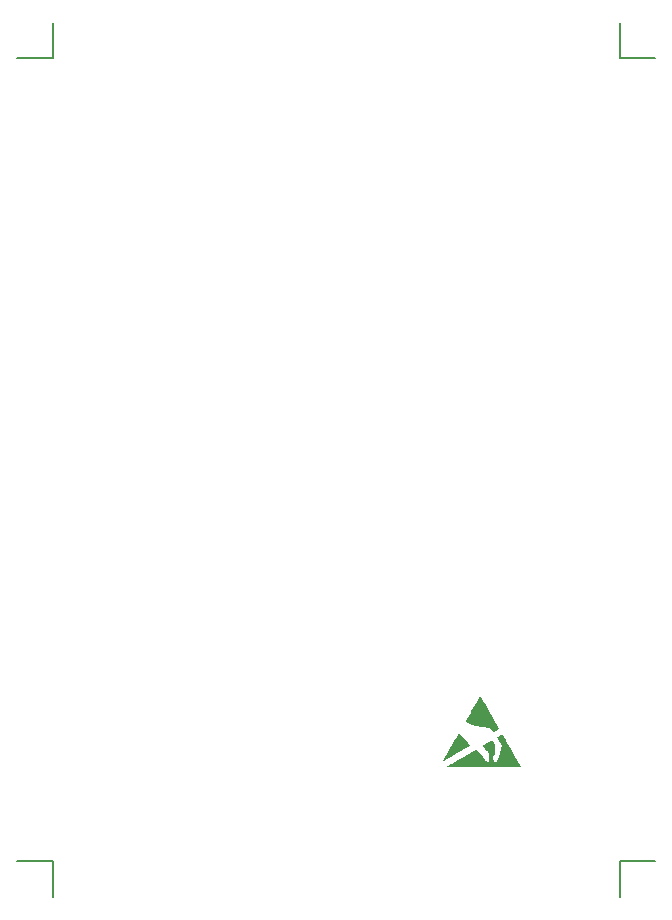
<source format=gbo>
G04 #@! TF.GenerationSoftware,KiCad,Pcbnew,(5.1.5)-2*
G04 #@! TF.CreationDate,2021-12-27T14:55:15+01:00*
G04 #@! TF.ProjectId,STM32_MULTIPROTOCOL,53544d33-325f-44d5-954c-544950524f54,rev?*
G04 #@! TF.SameCoordinates,Original*
G04 #@! TF.FileFunction,Legend,Bot*
G04 #@! TF.FilePolarity,Positive*
%FSLAX46Y46*%
G04 Gerber Fmt 4.6, Leading zero omitted, Abs format (unit mm)*
G04 Created by KiCad (PCBNEW (5.1.5)-2) date 2021-12-27 14:55:15*
%MOMM*%
%LPD*%
G04 APERTURE LIST*
%ADD10C,0.200000*%
%ADD11C,0.010000*%
G04 APERTURE END LIST*
D10*
X184000000Y-66000000D02*
X187000000Y-66000000D01*
X184000000Y-63000000D02*
X184000000Y-66000000D01*
X136000000Y-66000000D02*
X133000000Y-66000000D01*
X136000000Y-63000000D02*
X136000000Y-66000000D01*
X136000000Y-134000000D02*
X136000000Y-137000000D01*
X133000000Y-134000000D02*
X136000000Y-134000000D01*
X184000000Y-134000000D02*
X187000000Y-134000000D01*
X184000000Y-137000000D02*
X184000000Y-134000000D01*
D11*
G36*
X172159957Y-120077835D02*
G01*
X172136935Y-120115245D01*
X172101466Y-120174514D01*
X172055004Y-120253118D01*
X171999004Y-120348538D01*
X171934919Y-120458250D01*
X171864204Y-120579734D01*
X171788313Y-120710468D01*
X171708701Y-120847930D01*
X171626822Y-120989598D01*
X171544130Y-121132951D01*
X171462079Y-121275467D01*
X171382124Y-121414624D01*
X171305719Y-121547901D01*
X171234318Y-121672776D01*
X171169376Y-121786727D01*
X171112347Y-121887233D01*
X171064685Y-121971772D01*
X171027845Y-122037822D01*
X171003280Y-122082862D01*
X170992446Y-122104370D01*
X170992049Y-122105714D01*
X171005499Y-122123965D01*
X171042886Y-122151882D01*
X171099765Y-122186725D01*
X171171688Y-122225754D01*
X171246985Y-122262843D01*
X171349440Y-122307817D01*
X171457183Y-122348226D01*
X171573927Y-122384969D01*
X171703382Y-122418942D01*
X171849260Y-122451044D01*
X172015274Y-122482173D01*
X172205134Y-122513227D01*
X172401531Y-122542145D01*
X172572166Y-122567800D01*
X172715455Y-122593198D01*
X172834992Y-122619602D01*
X172934370Y-122648273D01*
X173017182Y-122680473D01*
X173087022Y-122717465D01*
X173147482Y-122760512D01*
X173202155Y-122810875D01*
X173219786Y-122829583D01*
X173258000Y-122873139D01*
X173286268Y-122908682D01*
X173299382Y-122929583D01*
X173299732Y-122931297D01*
X173304320Y-122941806D01*
X173320242Y-122941924D01*
X173350734Y-122930254D01*
X173399032Y-122905396D01*
X173468373Y-122865952D01*
X173516561Y-122837587D01*
X173588417Y-122793247D01*
X173644258Y-122755279D01*
X173680333Y-122726416D01*
X173692887Y-122709388D01*
X173692879Y-122709264D01*
X173685094Y-122693037D01*
X173663108Y-122652400D01*
X173628197Y-122589567D01*
X173581637Y-122506752D01*
X173524705Y-122406172D01*
X173458677Y-122290040D01*
X173384828Y-122160571D01*
X173304436Y-122019980D01*
X173218776Y-121870482D01*
X173129124Y-121714292D01*
X173036757Y-121553624D01*
X172942951Y-121390693D01*
X172848982Y-121227713D01*
X172756126Y-121066900D01*
X172665660Y-120910468D01*
X172578859Y-120760633D01*
X172497000Y-120619608D01*
X172421359Y-120489609D01*
X172353213Y-120372849D01*
X172293837Y-120271545D01*
X172244507Y-120187911D01*
X172206500Y-120124162D01*
X172181093Y-120082511D01*
X172169560Y-120065175D01*
X172169077Y-120064805D01*
X172159957Y-120077835D01*
G37*
X172159957Y-120077835D02*
X172136935Y-120115245D01*
X172101466Y-120174514D01*
X172055004Y-120253118D01*
X171999004Y-120348538D01*
X171934919Y-120458250D01*
X171864204Y-120579734D01*
X171788313Y-120710468D01*
X171708701Y-120847930D01*
X171626822Y-120989598D01*
X171544130Y-121132951D01*
X171462079Y-121275467D01*
X171382124Y-121414624D01*
X171305719Y-121547901D01*
X171234318Y-121672776D01*
X171169376Y-121786727D01*
X171112347Y-121887233D01*
X171064685Y-121971772D01*
X171027845Y-122037822D01*
X171003280Y-122082862D01*
X170992446Y-122104370D01*
X170992049Y-122105714D01*
X171005499Y-122123965D01*
X171042886Y-122151882D01*
X171099765Y-122186725D01*
X171171688Y-122225754D01*
X171246985Y-122262843D01*
X171349440Y-122307817D01*
X171457183Y-122348226D01*
X171573927Y-122384969D01*
X171703382Y-122418942D01*
X171849260Y-122451044D01*
X172015274Y-122482173D01*
X172205134Y-122513227D01*
X172401531Y-122542145D01*
X172572166Y-122567800D01*
X172715455Y-122593198D01*
X172834992Y-122619602D01*
X172934370Y-122648273D01*
X173017182Y-122680473D01*
X173087022Y-122717465D01*
X173147482Y-122760512D01*
X173202155Y-122810875D01*
X173219786Y-122829583D01*
X173258000Y-122873139D01*
X173286268Y-122908682D01*
X173299382Y-122929583D01*
X173299732Y-122931297D01*
X173304320Y-122941806D01*
X173320242Y-122941924D01*
X173350734Y-122930254D01*
X173399032Y-122905396D01*
X173468373Y-122865952D01*
X173516561Y-122837587D01*
X173588417Y-122793247D01*
X173644258Y-122755279D01*
X173680333Y-122726416D01*
X173692887Y-122709388D01*
X173692879Y-122709264D01*
X173685094Y-122693037D01*
X173663108Y-122652400D01*
X173628197Y-122589567D01*
X173581637Y-122506752D01*
X173524705Y-122406172D01*
X173458677Y-122290040D01*
X173384828Y-122160571D01*
X173304436Y-122019980D01*
X173218776Y-121870482D01*
X173129124Y-121714292D01*
X173036757Y-121553624D01*
X172942951Y-121390693D01*
X172848982Y-121227713D01*
X172756126Y-121066900D01*
X172665660Y-120910468D01*
X172578859Y-120760633D01*
X172497000Y-120619608D01*
X172421359Y-120489609D01*
X172353213Y-120372849D01*
X172293837Y-120271545D01*
X172244507Y-120187911D01*
X172206500Y-120124162D01*
X172181093Y-120082511D01*
X172169560Y-120065175D01*
X172169077Y-120064805D01*
X172159957Y-120077835D01*
G36*
X170336472Y-123226619D02*
G01*
X170325092Y-123245693D01*
X170299512Y-123289421D01*
X170260998Y-123355619D01*
X170210814Y-123442102D01*
X170150225Y-123546685D01*
X170080497Y-123667183D01*
X170002893Y-123801412D01*
X169918680Y-123947187D01*
X169829121Y-124102323D01*
X169737002Y-124262000D01*
X169642924Y-124425117D01*
X169552598Y-124581709D01*
X169467335Y-124729506D01*
X169388443Y-124866240D01*
X169317231Y-124989642D01*
X169255009Y-125097444D01*
X169203087Y-125187377D01*
X169162772Y-125257173D01*
X169135376Y-125304564D01*
X169122493Y-125326786D01*
X169101493Y-125364330D01*
X169090075Y-125387831D01*
X169089449Y-125391920D01*
X169103364Y-125384242D01*
X169142059Y-125362203D01*
X169203513Y-125326971D01*
X169285702Y-125279711D01*
X169386604Y-125221589D01*
X169504195Y-125153771D01*
X169636454Y-125077424D01*
X169781358Y-124993714D01*
X169936883Y-124903806D01*
X170101008Y-124808867D01*
X170163451Y-124772732D01*
X170330513Y-124676083D01*
X170489926Y-124583938D01*
X170639645Y-124497475D01*
X170777624Y-124417871D01*
X170901815Y-124346305D01*
X171010173Y-124283955D01*
X171100652Y-124231998D01*
X171171204Y-124191613D01*
X171219785Y-124163978D01*
X171244346Y-124150272D01*
X171246915Y-124148974D01*
X171239431Y-124137220D01*
X171213386Y-124105795D01*
X171171441Y-124057594D01*
X171116254Y-123995510D01*
X171050483Y-123922439D01*
X170976788Y-123841276D01*
X170897827Y-123754916D01*
X170816260Y-123666253D01*
X170734746Y-123578182D01*
X170655943Y-123493599D01*
X170582510Y-123415397D01*
X170517107Y-123346472D01*
X170462392Y-123289719D01*
X170421023Y-123248032D01*
X170406836Y-123234363D01*
X170359820Y-123190201D01*
X170336472Y-123226619D01*
G37*
X170336472Y-123226619D02*
X170325092Y-123245693D01*
X170299512Y-123289421D01*
X170260998Y-123355619D01*
X170210814Y-123442102D01*
X170150225Y-123546685D01*
X170080497Y-123667183D01*
X170002893Y-123801412D01*
X169918680Y-123947187D01*
X169829121Y-124102323D01*
X169737002Y-124262000D01*
X169642924Y-124425117D01*
X169552598Y-124581709D01*
X169467335Y-124729506D01*
X169388443Y-124866240D01*
X169317231Y-124989642D01*
X169255009Y-125097444D01*
X169203087Y-125187377D01*
X169162772Y-125257173D01*
X169135376Y-125304564D01*
X169122493Y-125326786D01*
X169101493Y-125364330D01*
X169090075Y-125387831D01*
X169089449Y-125391920D01*
X169103364Y-125384242D01*
X169142059Y-125362203D01*
X169203513Y-125326971D01*
X169285702Y-125279711D01*
X169386604Y-125221589D01*
X169504195Y-125153771D01*
X169636454Y-125077424D01*
X169781358Y-124993714D01*
X169936883Y-124903806D01*
X170101008Y-124808867D01*
X170163451Y-124772732D01*
X170330513Y-124676083D01*
X170489926Y-124583938D01*
X170639645Y-124497475D01*
X170777624Y-124417871D01*
X170901815Y-124346305D01*
X171010173Y-124283955D01*
X171100652Y-124231998D01*
X171171204Y-124191613D01*
X171219785Y-124163978D01*
X171244346Y-124150272D01*
X171246915Y-124148974D01*
X171239431Y-124137220D01*
X171213386Y-124105795D01*
X171171441Y-124057594D01*
X171116254Y-123995510D01*
X171050483Y-123922439D01*
X170976788Y-123841276D01*
X170897827Y-123754916D01*
X170816260Y-123666253D01*
X170734746Y-123578182D01*
X170655943Y-123493599D01*
X170582510Y-123415397D01*
X170517107Y-123346472D01*
X170462392Y-123289719D01*
X170421023Y-123248032D01*
X170406836Y-123234363D01*
X170359820Y-123190201D01*
X170336472Y-123226619D01*
G36*
X174001906Y-123283158D02*
G01*
X173969381Y-123295736D01*
X173919807Y-123320712D01*
X173848626Y-123359876D01*
X173843084Y-123362988D01*
X173777526Y-123400476D01*
X173722202Y-123433319D01*
X173682545Y-123458205D01*
X173663988Y-123471820D01*
X173663469Y-123472487D01*
X173667952Y-123491390D01*
X173688514Y-123533605D01*
X173723817Y-123596832D01*
X173772520Y-123678772D01*
X173833282Y-123777122D01*
X173904764Y-123889585D01*
X173922555Y-123917165D01*
X173968907Y-123993699D01*
X174002658Y-124059556D01*
X174020847Y-124108782D01*
X174022714Y-124118507D01*
X174021885Y-124161312D01*
X174012606Y-124229209D01*
X173996032Y-124317843D01*
X173973320Y-124422859D01*
X173945627Y-124539902D01*
X173914110Y-124664616D01*
X173879925Y-124792645D01*
X173844229Y-124919634D01*
X173808179Y-125041228D01*
X173772932Y-125153072D01*
X173739644Y-125250810D01*
X173709472Y-125330087D01*
X173688439Y-125377122D01*
X173663663Y-125427225D01*
X173640270Y-125475168D01*
X173639003Y-125477793D01*
X173600301Y-125526220D01*
X173543816Y-125558828D01*
X173478061Y-125574454D01*
X173411549Y-125571937D01*
X173352795Y-125550114D01*
X173319742Y-125521382D01*
X173272141Y-125442583D01*
X173237261Y-125344378D01*
X173218123Y-125236779D01*
X173215412Y-125175780D01*
X173226330Y-125061935D01*
X173258376Y-124967660D01*
X173313274Y-124888379D01*
X173330393Y-124870733D01*
X173381339Y-124821235D01*
X173384837Y-124471362D01*
X173388336Y-124121489D01*
X173299182Y-123986531D01*
X173257346Y-123925445D01*
X173217055Y-123870493D01*
X173184057Y-123829336D01*
X173169874Y-123814192D01*
X173129719Y-123776810D01*
X173075335Y-123806098D01*
X173040961Y-123827084D01*
X173022154Y-123843378D01*
X173020951Y-123846307D01*
X173008097Y-123858728D01*
X172986104Y-123867977D01*
X172964850Y-123876313D01*
X172932306Y-123892149D01*
X172885678Y-123917033D01*
X172822171Y-123952509D01*
X172738992Y-124000123D01*
X172633347Y-124061422D01*
X172575938Y-124094932D01*
X172508406Y-124135071D01*
X172464115Y-124163659D01*
X172439145Y-124184039D01*
X172429577Y-124199553D01*
X172431492Y-124213546D01*
X172433089Y-124216796D01*
X172448624Y-124237266D01*
X172481864Y-124275665D01*
X172528938Y-124327696D01*
X172585972Y-124389066D01*
X172635300Y-124441090D01*
X172748970Y-124564567D01*
X172837895Y-124671591D01*
X172902866Y-124763240D01*
X172944679Y-124840588D01*
X172958783Y-124879866D01*
X172964608Y-124914249D01*
X172970625Y-124972899D01*
X172976304Y-125049117D01*
X172981116Y-125136202D01*
X172983381Y-125191268D01*
X172986541Y-125286464D01*
X172987931Y-125356062D01*
X172987142Y-125405409D01*
X172983765Y-125439854D01*
X172977392Y-125464743D01*
X172967613Y-125485425D01*
X172959933Y-125498053D01*
X172915579Y-125546726D01*
X172858426Y-125580645D01*
X172798292Y-125595438D01*
X172753227Y-125590086D01*
X172712424Y-125566930D01*
X172661276Y-125525462D01*
X172606958Y-125472912D01*
X172556643Y-125416516D01*
X172517506Y-125363505D01*
X172503095Y-125337889D01*
X172481509Y-125302814D01*
X172442247Y-125249389D01*
X172388898Y-125181789D01*
X172325048Y-125104190D01*
X172254285Y-125020768D01*
X172180196Y-124935698D01*
X172106368Y-124853155D01*
X172036389Y-124777316D01*
X171973845Y-124712356D01*
X171924740Y-124664669D01*
X171870221Y-124617032D01*
X171824358Y-124581908D01*
X171792189Y-124562949D01*
X171781511Y-124560864D01*
X171765147Y-124569274D01*
X171724329Y-124591846D01*
X171661414Y-124627224D01*
X171578756Y-124674054D01*
X171478711Y-124730981D01*
X171363634Y-124796649D01*
X171235881Y-124869703D01*
X171097806Y-124948788D01*
X170951766Y-125032548D01*
X170800116Y-125119629D01*
X170645210Y-125208676D01*
X170489405Y-125298332D01*
X170335056Y-125387243D01*
X170184518Y-125474054D01*
X170040146Y-125557409D01*
X169904296Y-125635954D01*
X169779323Y-125708333D01*
X169667583Y-125773190D01*
X169571430Y-125829171D01*
X169493221Y-125874920D01*
X169435311Y-125909083D01*
X169400054Y-125930304D01*
X169389835Y-125936963D01*
X169403598Y-125938280D01*
X169446896Y-125939559D01*
X169518286Y-125940796D01*
X169616327Y-125941983D01*
X169739578Y-125943115D01*
X169886597Y-125944186D01*
X170055943Y-125945189D01*
X170246174Y-125946119D01*
X170455849Y-125946968D01*
X170683527Y-125947732D01*
X170927765Y-125948403D01*
X171187123Y-125948976D01*
X171460159Y-125949444D01*
X171745432Y-125949802D01*
X172041500Y-125950042D01*
X172346921Y-125950159D01*
X172475076Y-125950171D01*
X175575030Y-125950171D01*
X175353947Y-125566847D01*
X175307144Y-125485680D01*
X175246898Y-125381166D01*
X175175222Y-125256801D01*
X175094131Y-125116082D01*
X175005638Y-124962503D01*
X174911760Y-124799562D01*
X174814509Y-124630754D01*
X174715900Y-124459575D01*
X174617947Y-124289521D01*
X174593175Y-124246512D01*
X174502848Y-124089857D01*
X174416711Y-123940803D01*
X174336058Y-123801568D01*
X174262184Y-123674371D01*
X174196383Y-123561432D01*
X174139950Y-123464968D01*
X174094179Y-123387200D01*
X174060365Y-123330346D01*
X174039802Y-123296625D01*
X174034047Y-123288040D01*
X174021942Y-123281189D01*
X174001906Y-123283158D01*
G37*
X174001906Y-123283158D02*
X173969381Y-123295736D01*
X173919807Y-123320712D01*
X173848626Y-123359876D01*
X173843084Y-123362988D01*
X173777526Y-123400476D01*
X173722202Y-123433319D01*
X173682545Y-123458205D01*
X173663988Y-123471820D01*
X173663469Y-123472487D01*
X173667952Y-123491390D01*
X173688514Y-123533605D01*
X173723817Y-123596832D01*
X173772520Y-123678772D01*
X173833282Y-123777122D01*
X173904764Y-123889585D01*
X173922555Y-123917165D01*
X173968907Y-123993699D01*
X174002658Y-124059556D01*
X174020847Y-124108782D01*
X174022714Y-124118507D01*
X174021885Y-124161312D01*
X174012606Y-124229209D01*
X173996032Y-124317843D01*
X173973320Y-124422859D01*
X173945627Y-124539902D01*
X173914110Y-124664616D01*
X173879925Y-124792645D01*
X173844229Y-124919634D01*
X173808179Y-125041228D01*
X173772932Y-125153072D01*
X173739644Y-125250810D01*
X173709472Y-125330087D01*
X173688439Y-125377122D01*
X173663663Y-125427225D01*
X173640270Y-125475168D01*
X173639003Y-125477793D01*
X173600301Y-125526220D01*
X173543816Y-125558828D01*
X173478061Y-125574454D01*
X173411549Y-125571937D01*
X173352795Y-125550114D01*
X173319742Y-125521382D01*
X173272141Y-125442583D01*
X173237261Y-125344378D01*
X173218123Y-125236779D01*
X173215412Y-125175780D01*
X173226330Y-125061935D01*
X173258376Y-124967660D01*
X173313274Y-124888379D01*
X173330393Y-124870733D01*
X173381339Y-124821235D01*
X173384837Y-124471362D01*
X173388336Y-124121489D01*
X173299182Y-123986531D01*
X173257346Y-123925445D01*
X173217055Y-123870493D01*
X173184057Y-123829336D01*
X173169874Y-123814192D01*
X173129719Y-123776810D01*
X173075335Y-123806098D01*
X173040961Y-123827084D01*
X173022154Y-123843378D01*
X173020951Y-123846307D01*
X173008097Y-123858728D01*
X172986104Y-123867977D01*
X172964850Y-123876313D01*
X172932306Y-123892149D01*
X172885678Y-123917033D01*
X172822171Y-123952509D01*
X172738992Y-124000123D01*
X172633347Y-124061422D01*
X172575938Y-124094932D01*
X172508406Y-124135071D01*
X172464115Y-124163659D01*
X172439145Y-124184039D01*
X172429577Y-124199553D01*
X172431492Y-124213546D01*
X172433089Y-124216796D01*
X172448624Y-124237266D01*
X172481864Y-124275665D01*
X172528938Y-124327696D01*
X172585972Y-124389066D01*
X172635300Y-124441090D01*
X172748970Y-124564567D01*
X172837895Y-124671591D01*
X172902866Y-124763240D01*
X172944679Y-124840588D01*
X172958783Y-124879866D01*
X172964608Y-124914249D01*
X172970625Y-124972899D01*
X172976304Y-125049117D01*
X172981116Y-125136202D01*
X172983381Y-125191268D01*
X172986541Y-125286464D01*
X172987931Y-125356062D01*
X172987142Y-125405409D01*
X172983765Y-125439854D01*
X172977392Y-125464743D01*
X172967613Y-125485425D01*
X172959933Y-125498053D01*
X172915579Y-125546726D01*
X172858426Y-125580645D01*
X172798292Y-125595438D01*
X172753227Y-125590086D01*
X172712424Y-125566930D01*
X172661276Y-125525462D01*
X172606958Y-125472912D01*
X172556643Y-125416516D01*
X172517506Y-125363505D01*
X172503095Y-125337889D01*
X172481509Y-125302814D01*
X172442247Y-125249389D01*
X172388898Y-125181789D01*
X172325048Y-125104190D01*
X172254285Y-125020768D01*
X172180196Y-124935698D01*
X172106368Y-124853155D01*
X172036389Y-124777316D01*
X171973845Y-124712356D01*
X171924740Y-124664669D01*
X171870221Y-124617032D01*
X171824358Y-124581908D01*
X171792189Y-124562949D01*
X171781511Y-124560864D01*
X171765147Y-124569274D01*
X171724329Y-124591846D01*
X171661414Y-124627224D01*
X171578756Y-124674054D01*
X171478711Y-124730981D01*
X171363634Y-124796649D01*
X171235881Y-124869703D01*
X171097806Y-124948788D01*
X170951766Y-125032548D01*
X170800116Y-125119629D01*
X170645210Y-125208676D01*
X170489405Y-125298332D01*
X170335056Y-125387243D01*
X170184518Y-125474054D01*
X170040146Y-125557409D01*
X169904296Y-125635954D01*
X169779323Y-125708333D01*
X169667583Y-125773190D01*
X169571430Y-125829171D01*
X169493221Y-125874920D01*
X169435311Y-125909083D01*
X169400054Y-125930304D01*
X169389835Y-125936963D01*
X169403598Y-125938280D01*
X169446896Y-125939559D01*
X169518286Y-125940796D01*
X169616327Y-125941983D01*
X169739578Y-125943115D01*
X169886597Y-125944186D01*
X170055943Y-125945189D01*
X170246174Y-125946119D01*
X170455849Y-125946968D01*
X170683527Y-125947732D01*
X170927765Y-125948403D01*
X171187123Y-125948976D01*
X171460159Y-125949444D01*
X171745432Y-125949802D01*
X172041500Y-125950042D01*
X172346921Y-125950159D01*
X172475076Y-125950171D01*
X175575030Y-125950171D01*
X175353947Y-125566847D01*
X175307144Y-125485680D01*
X175246898Y-125381166D01*
X175175222Y-125256801D01*
X175094131Y-125116082D01*
X175005638Y-124962503D01*
X174911760Y-124799562D01*
X174814509Y-124630754D01*
X174715900Y-124459575D01*
X174617947Y-124289521D01*
X174593175Y-124246512D01*
X174502848Y-124089857D01*
X174416711Y-123940803D01*
X174336058Y-123801568D01*
X174262184Y-123674371D01*
X174196383Y-123561432D01*
X174139950Y-123464968D01*
X174094179Y-123387200D01*
X174060365Y-123330346D01*
X174039802Y-123296625D01*
X174034047Y-123288040D01*
X174021942Y-123281189D01*
X174001906Y-123283158D01*
M02*

</source>
